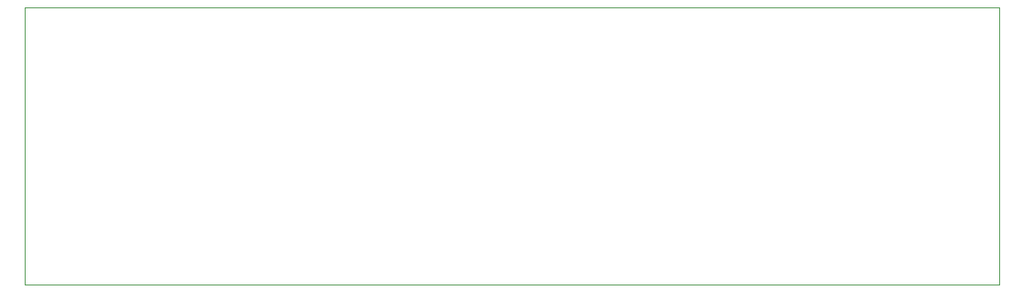
<source format=gbr>
G04 #@! TF.GenerationSoftware,KiCad,Pcbnew,(5.99.0-576-ga860ac506)*
G04 #@! TF.CreationDate,2020-08-23T19:59:58+02:00*
G04 #@! TF.ProjectId,50 pin to 34 pin Floppy Adapter,35302070-696e-4207-946f-203334207069,rev?*
G04 #@! TF.SameCoordinates,Original*
G04 #@! TF.FileFunction,Profile,NP*
%FSLAX46Y46*%
G04 Gerber Fmt 4.6, Leading zero omitted, Abs format (unit mm)*
G04 Created by KiCad (PCBNEW (5.99.0-576-ga860ac506)) date 2020-08-23 19:59:58*
%MOMM*%
%LPD*%
G04 APERTURE LIST*
%ADD10C,0.050000*%
G04 APERTURE END LIST*
D10*
X20000000Y-48500000D02*
X120000000Y-48500000D01*
X20000000Y-20000000D02*
X120000000Y-20000000D01*
X120000000Y-20000000D02*
X120000000Y-48500000D01*
X20000000Y-20000000D02*
X20000000Y-48500000D01*
M02*

</source>
